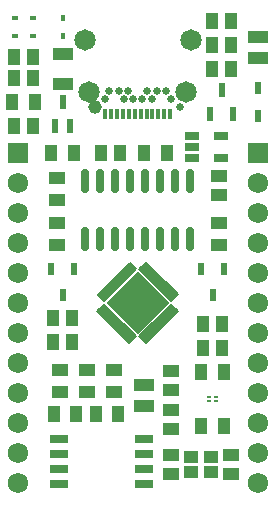
<source format=gbr>
%TF.GenerationSoftware,KiCad,Pcbnew,(6.0.2)*%
%TF.CreationDate,2022-07-01T18:11:32+02:00*%
%TF.ProjectId,Easy C3 Dev Board,45617379-2043-4332-9044-657620426f61,rev?*%
%TF.SameCoordinates,Original*%
%TF.FileFunction,Soldermask,Top*%
%TF.FilePolarity,Negative*%
%FSLAX46Y46*%
G04 Gerber Fmt 4.6, Leading zero omitted, Abs format (unit mm)*
G04 Created by KiCad (PCBNEW (6.0.2)) date 2022-07-01 18:11:32*
%MOMM*%
%LPD*%
G01*
G04 APERTURE LIST*
G04 Aperture macros list*
%AMRoundRect*
0 Rectangle with rounded corners*
0 $1 Rounding radius*
0 $2 $3 $4 $5 $6 $7 $8 $9 X,Y pos of 4 corners*
0 Add a 4 corners polygon primitive as box body*
4,1,4,$2,$3,$4,$5,$6,$7,$8,$9,$2,$3,0*
0 Add four circle primitives for the rounded corners*
1,1,$1+$1,$2,$3*
1,1,$1+$1,$4,$5*
1,1,$1+$1,$6,$7*
1,1,$1+$1,$8,$9*
0 Add four rect primitives between the rounded corners*
20,1,$1+$1,$2,$3,$4,$5,0*
20,1,$1+$1,$4,$5,$6,$7,0*
20,1,$1+$1,$6,$7,$8,$9,0*
20,1,$1+$1,$8,$9,$2,$3,0*%
%AMRotRect*
0 Rectangle, with rotation*
0 The origin of the aperture is its center*
0 $1 length*
0 $2 width*
0 $3 Rotation angle, in degrees counterclockwise*
0 Add horizontal line*
21,1,$1,$2,0,0,$3*%
G04 Aperture macros list end*
%ADD10C,0.150000*%
%ADD11R,1.725000X1.725000*%
%ADD12C,1.725000*%
%ADD13R,1.020000X1.470000*%
%ADD14R,1.000000X1.450000*%
%ADD15R,1.470000X1.020000*%
%ADD16R,1.450000X1.000000*%
%ADD17R,0.600000X1.050000*%
%ADD18R,0.300000X0.250000*%
%ADD19R,0.570000X0.420000*%
%ADD20RotRect,0.300000X0.800000X225.000000*%
%ADD21RotRect,0.300000X0.800000X135.000000*%
%ADD22RotRect,3.750000X3.750000X135.000000*%
%ADD23R,1.650000X0.650000*%
%ADD24R,1.780000X1.020000*%
%ADD25R,0.500000X1.075000*%
%ADD26RoundRect,0.150000X-0.150000X0.825000X-0.150000X-0.825000X0.150000X-0.825000X0.150000X0.825000X0*%
%ADD27R,1.250000X0.650000*%
%ADD28R,1.200000X1.000000*%
%ADD29R,0.600000X1.250000*%
%ADD30R,0.550000X1.150000*%
%ADD31C,1.150000*%
%ADD32C,0.650000*%
%ADD33R,0.300000X0.900000*%
%ADD34C,1.815000*%
%ADD35R,0.420000X0.570000*%
%ADD36R,1.800000X1.000000*%
G04 APERTURE END LIST*
D10*
X160883600Y-72948800D02*
X160324800Y-73533000D01*
X160324800Y-73533000D02*
X157632400Y-70815200D01*
X157632400Y-70815200D02*
X158191200Y-70256400D01*
X158191200Y-70256400D02*
X160883600Y-72948800D01*
G36*
X160883600Y-72948800D02*
G01*
X160324800Y-73533000D01*
X157632400Y-70815200D01*
X158191200Y-70256400D01*
X160883600Y-72948800D01*
G37*
X160883600Y-72948800D02*
X160324800Y-73533000D01*
X157632400Y-70815200D01*
X158191200Y-70256400D01*
X160883600Y-72948800D01*
X157327600Y-70815200D02*
X154635200Y-73507600D01*
X154635200Y-73507600D02*
X154101800Y-72974200D01*
X154101800Y-72974200D02*
X156794200Y-70256400D01*
X156794200Y-70256400D02*
X157327600Y-70815200D01*
G36*
X157327600Y-70815200D02*
G01*
X154635200Y-73507600D01*
X154101800Y-72974200D01*
X156794200Y-70256400D01*
X157327600Y-70815200D01*
G37*
X157327600Y-70815200D02*
X154635200Y-73507600D01*
X154101800Y-72974200D01*
X156794200Y-70256400D01*
X157327600Y-70815200D01*
X157327600Y-76504800D02*
X156768800Y-77063600D01*
X156768800Y-77063600D02*
X154076400Y-74371200D01*
X154076400Y-74371200D02*
X154660600Y-73812400D01*
X154660600Y-73812400D02*
X157327600Y-76504800D01*
G36*
X157327600Y-76504800D02*
G01*
X156768800Y-77063600D01*
X154076400Y-74371200D01*
X154660600Y-73812400D01*
X157327600Y-76504800D01*
G37*
X157327600Y-76504800D02*
X156768800Y-77063600D01*
X154076400Y-74371200D01*
X154660600Y-73812400D01*
X157327600Y-76504800D01*
X160858200Y-74371200D02*
X158191200Y-77038200D01*
X158191200Y-77038200D02*
X157632400Y-76479400D01*
X157632400Y-76479400D02*
X160299400Y-73812400D01*
X160299400Y-73812400D02*
X160858200Y-74371200D01*
G36*
X160858200Y-74371200D02*
G01*
X158191200Y-77038200D01*
X157632400Y-76479400D01*
X160299400Y-73812400D01*
X160858200Y-74371200D01*
G37*
X160858200Y-74371200D02*
X158191200Y-77038200D01*
X157632400Y-76479400D01*
X160299400Y-73812400D01*
X160858200Y-74371200D01*
D11*
%TO.C,J3*%
X147320000Y-60960000D03*
D12*
X147320000Y-63500000D03*
X147320000Y-66040000D03*
X147320000Y-68580000D03*
X147320000Y-71120000D03*
X147320000Y-73660000D03*
X147320000Y-76200000D03*
X147320000Y-78740000D03*
X147320000Y-81280000D03*
X147320000Y-83820000D03*
X147320000Y-86360000D03*
X147320000Y-88900000D03*
%TD*%
D13*
%TO.C,C5*%
X150330000Y-76962000D03*
X151930000Y-76962000D03*
%TD*%
D14*
%TO.C,R10*%
X153924000Y-83058000D03*
X155824000Y-83058000D03*
%TD*%
D15*
%TO.C,C13*%
X165354000Y-88176000D03*
X165354000Y-86576000D03*
%TD*%
D14*
%TO.C,R4*%
X150180000Y-60960000D03*
X152080000Y-60960000D03*
%TD*%
D13*
%TO.C,C8*%
X154356000Y-60960000D03*
X155956000Y-60960000D03*
%TD*%
D16*
%TO.C,R5*%
X150876000Y-81214000D03*
X150876000Y-79314000D03*
%TD*%
D13*
%TO.C,C6*%
X164630000Y-75438000D03*
X163030000Y-75438000D03*
%TD*%
D17*
%TO.C,Q3*%
X164780000Y-70782000D03*
X162880000Y-70782000D03*
X163830000Y-72982000D03*
%TD*%
D18*
%TO.C,ANT1*%
X163510000Y-81963000D03*
X163510000Y-81613000D03*
X164150000Y-81963000D03*
X164150000Y-81613000D03*
%TD*%
D14*
%TO.C,R11*%
X164780000Y-79502000D03*
X162880000Y-79502000D03*
%TD*%
D13*
%TO.C,C1*%
X163792000Y-51816000D03*
X165392000Y-51816000D03*
%TD*%
D16*
%TO.C,R2*%
X153162000Y-81214000D03*
X153162000Y-79314000D03*
%TD*%
%TO.C,R7*%
X150622000Y-68768000D03*
X150622000Y-66868000D03*
%TD*%
D19*
%TO.C,D2*%
X147053000Y-49530000D03*
X148603000Y-49530000D03*
%TD*%
D11*
%TO.C,J2*%
X167640000Y-60960000D03*
D12*
X167640000Y-63500000D03*
X167640000Y-66040000D03*
X167640000Y-68580000D03*
X167640000Y-71120000D03*
X167640000Y-73660000D03*
X167640000Y-76200000D03*
X167640000Y-78740000D03*
X167640000Y-81280000D03*
X167640000Y-83820000D03*
X167640000Y-86360000D03*
X167640000Y-88900000D03*
%TD*%
D13*
%TO.C,C14*%
X147028000Y-52832000D03*
X148628000Y-52832000D03*
%TD*%
D20*
%TO.C,IC1*%
X158010330Y-76665204D03*
X158363883Y-76311650D03*
X158717437Y-75958097D03*
X159070990Y-75604544D03*
X159424544Y-75250990D03*
X159778097Y-74897437D03*
X160131650Y-74543883D03*
X160485204Y-74190330D03*
D21*
X160485204Y-73129670D03*
X160131650Y-72776117D03*
X159778097Y-72422563D03*
X159424544Y-72069010D03*
X159070990Y-71715456D03*
X158717437Y-71361903D03*
X158363883Y-71008350D03*
X158010330Y-70654796D03*
D20*
X156949670Y-70654796D03*
X156596117Y-71008350D03*
X156242563Y-71361903D03*
X155889010Y-71715456D03*
X155535456Y-72069010D03*
X155181903Y-72422563D03*
X154828350Y-72776117D03*
X154474796Y-73129670D03*
D21*
X154474796Y-74190330D03*
X154828350Y-74543883D03*
X155181903Y-74897437D03*
X155535456Y-75250990D03*
X155889010Y-75604544D03*
X156242563Y-75958097D03*
X156596117Y-76311650D03*
X156949670Y-76665204D03*
D22*
X157480000Y-73660000D03*
%TD*%
D13*
%TO.C,C7*%
X150330000Y-74930000D03*
X151930000Y-74930000D03*
%TD*%
D23*
%TO.C,IC2*%
X150832000Y-85217000D03*
X150832000Y-86487000D03*
X150832000Y-87757000D03*
X150832000Y-89027000D03*
X158032000Y-89027000D03*
X158032000Y-87757000D03*
X158032000Y-86487000D03*
X158032000Y-85217000D03*
%TD*%
D13*
%TO.C,C10*%
X147028000Y-58674000D03*
X148628000Y-58674000D03*
%TD*%
D15*
%TO.C,C9*%
X160274000Y-84366000D03*
X160274000Y-82766000D03*
%TD*%
D24*
%TO.C,L1*%
X167640000Y-51180000D03*
X167640000Y-52960000D03*
%TD*%
D13*
%TO.C,C4*%
X164630000Y-77470000D03*
X163030000Y-77470000D03*
%TD*%
D15*
%TO.C,C12*%
X164338000Y-62954000D03*
X164338000Y-64554000D03*
%TD*%
%TO.C,C11*%
X160274000Y-81064000D03*
X160274000Y-79464000D03*
%TD*%
D13*
%TO.C,C2*%
X163792000Y-53848000D03*
X165392000Y-53848000D03*
%TD*%
D14*
%TO.C,R8*%
X150368000Y-83058000D03*
X152268000Y-83058000D03*
%TD*%
D24*
%TO.C,L2*%
X157988000Y-82424000D03*
X157988000Y-80644000D03*
%TD*%
D15*
%TO.C,C16*%
X160274000Y-88176000D03*
X160274000Y-86576000D03*
%TD*%
D14*
%TO.C,R3*%
X159954000Y-60960000D03*
X158054000Y-60960000D03*
%TD*%
%TO.C,R9*%
X148778000Y-56642000D03*
X146878000Y-56642000D03*
%TD*%
D25*
%TO.C,D4*%
X167640000Y-57804000D03*
X167640000Y-55480000D03*
%TD*%
D26*
%TO.C,U1*%
X161925000Y-63311000D03*
X160655000Y-63311000D03*
X159385000Y-63311000D03*
X158115000Y-63311000D03*
X156845000Y-63311000D03*
X155575000Y-63311000D03*
X154305000Y-63311000D03*
X153035000Y-63311000D03*
X153035000Y-68261000D03*
X154305000Y-68261000D03*
X155575000Y-68261000D03*
X156845000Y-68261000D03*
X158115000Y-68261000D03*
X159385000Y-68261000D03*
X160655000Y-68261000D03*
X161925000Y-68261000D03*
%TD*%
D27*
%TO.C,IC3*%
X162072000Y-59512000D03*
X162072000Y-60452000D03*
X162072000Y-61392000D03*
X164572000Y-61392000D03*
X164572000Y-59512000D03*
%TD*%
D14*
%TO.C,R13*%
X162880000Y-84074000D03*
X164780000Y-84074000D03*
%TD*%
D17*
%TO.C,Q2*%
X152080000Y-70782000D03*
X150180000Y-70782000D03*
X151130000Y-72982000D03*
%TD*%
D28*
%TO.C,Y1*%
X163664000Y-86726000D03*
X161964000Y-86726000D03*
X161964000Y-88026000D03*
X163664000Y-88026000D03*
%TD*%
D29*
%TO.C,Q1*%
X163642000Y-57642000D03*
X165542000Y-57642000D03*
X164592000Y-55642000D03*
%TD*%
D13*
%TO.C,C3*%
X163792000Y-49784000D03*
X165392000Y-49784000D03*
%TD*%
D16*
%TO.C,R12*%
X164338000Y-66868000D03*
X164338000Y-68768000D03*
%TD*%
D30*
%TO.C,Q4*%
X150480000Y-58658000D03*
X151780000Y-58658000D03*
X151130000Y-56658000D03*
%TD*%
D31*
%TO.C,J1*%
X153880000Y-57083000D03*
D32*
X161080000Y-57083000D03*
D33*
X160230000Y-57643000D03*
X159730000Y-57643000D03*
X159230000Y-57643000D03*
X158730000Y-57643000D03*
X158230000Y-57643000D03*
X157730000Y-57643000D03*
X157230000Y-57643000D03*
X156730000Y-57643000D03*
X156230000Y-57643000D03*
X155730000Y-57643000D03*
X155230000Y-57643000D03*
X154730000Y-57643000D03*
D32*
X154680000Y-56433000D03*
X155080000Y-55733000D03*
X155880000Y-55733000D03*
X156280000Y-56433000D03*
X156680000Y-55733000D03*
X157080000Y-56433000D03*
X157880000Y-56433000D03*
X158280000Y-55733000D03*
X158680000Y-56433000D03*
X159080000Y-55733000D03*
X159880000Y-55733000D03*
X160280000Y-56433000D03*
D34*
X161610000Y-55833000D03*
X161970000Y-51443000D03*
X152990000Y-51443000D03*
X153350000Y-55833000D03*
%TD*%
D35*
%TO.C,D1*%
X151130000Y-51067000D03*
X151130000Y-49517000D03*
%TD*%
D16*
%TO.C,R6*%
X150622000Y-64958000D03*
X150622000Y-63058000D03*
%TD*%
D36*
%TO.C,Y2*%
X151130000Y-52598000D03*
X151130000Y-55098000D03*
%TD*%
D13*
%TO.C,C15*%
X147028000Y-54610000D03*
X148628000Y-54610000D03*
%TD*%
D19*
%TO.C,D3*%
X147053000Y-51038000D03*
X148603000Y-51038000D03*
%TD*%
D16*
%TO.C,R1*%
X155448000Y-81214000D03*
X155448000Y-79314000D03*
%TD*%
M02*

</source>
